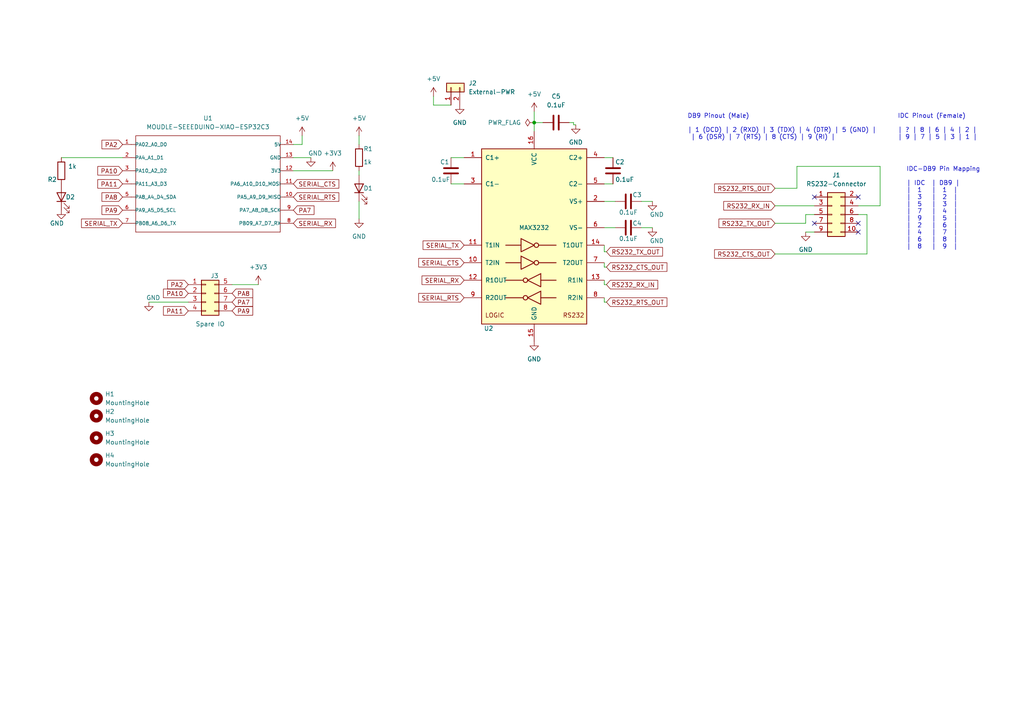
<source format=kicad_sch>
(kicad_sch (version 20230121) (generator eeschema)
  (paper "A4")
  (lib_symbols
    (symbol "Connector_Generic:Conn_01x02" (pin_names (offset 1.016) hide)
      (property "Reference" "J" (at 0 2.54 0))
      (property "Value" "Conn_01x02" (at 0 -5.08 0))
      (symbol "Conn_01x02_1_1"
        (rectangle (start -1.27 -2.413) (end 0 -2.667) (stroke (width 0.1524)))
        (rectangle (start -1.27 0.127) (end 0 -0.127) (stroke (width 0.1524)))
        (rectangle (start -1.27 1.27) (end 1.27 -3.81) (stroke (width 0.254)) (fill (type background)))
        (pin passive line (at -5.08 0 0) (length 3.81) (name "Pin_1") (number "1"))
        (pin passive line (at -5.08 -2.54 0) (length 3.81) (name "Pin_2") (number "2"))
      )
    )
    (symbol "Connector_Generic:Conn_02x04_Top_Bottom" (pin_names (offset 1.016) hide)
      (property "Reference" "J" (at 1.27 5.08 0))
      (property "Value" "Conn_02x04_Top_Bottom" (at 1.27 -7.62 0))
      (symbol "Conn_02x04_Top_Bottom_1_1"
        (rectangle (start -1.27 -4.953) (end 0 -5.207) (stroke (width 0.1524)))
        (rectangle (start -1.27 -2.413) (end 0 -2.667) (stroke (width 0.1524)))
        (rectangle (start -1.27 0.127) (end 0 -0.127) (stroke (width 0.1524)))
        (rectangle (start -1.27 2.667) (end 0 2.413) (stroke (width 0.1524)))
        (rectangle (start -1.27 3.81) (end 3.81 -6.35) (stroke (width 0.254)) (fill (type background)))
        (rectangle (start 3.81 -4.953) (end 2.54 -5.207) (stroke (width 0.1524)))
        (rectangle (start 3.81 -2.413) (end 2.54 -2.667) (stroke (width 0.1524)))
        (rectangle (start 3.81 0.127) (end 2.54 -0.127) (stroke (width 0.1524)))
        (rectangle (start 3.81 2.667) (end 2.54 2.413) (stroke (width 0.1524)))
        (pin passive line (at -5.08 2.54 0) (length 3.81) (name "Pin_1") (number "1"))
        (pin passive line (at -5.08 0 0) (length 3.81) (name "Pin_2") (number "2"))
        (pin passive line (at -5.08 -2.54 0) (length 3.81) (name "Pin_3") (number "3"))
        (pin passive line (at -5.08 -5.08 0) (length 3.81) (name "Pin_4") (number "4"))
        (pin passive line (at 7.62 2.54 180) (length 3.81) (name "Pin_5") (number "5"))
        (pin passive line (at 7.62 0 180) (length 3.81) (name "Pin_6") (number "6"))
        (pin passive line (at 7.62 -2.54 180) (length 3.81) (name "Pin_7") (number "7"))
        (pin passive line (at 7.62 -5.08 180) (length 3.81) (name "Pin_8") (number "8"))
      )
    )
    (symbol "Connector_Generic:Conn_02x05_Odd_Even" (pin_names (offset 1.016) hide)
      (property "Reference" "J" (at 1.27 7.62 0))
      (property "Value" "Conn_02x05_Odd_Even" (at 1.27 -7.62 0))
      (symbol "Conn_02x05_Odd_Even_1_1"
        (rectangle (start -1.27 -4.953) (end 0 -5.207) (stroke (width 0.1524)))
        (rectangle (start -1.27 -2.413) (end 0 -2.667) (stroke (width 0.1524)))
        (rectangle (start -1.27 0.127) (end 0 -0.127) (stroke (width 0.1524)))
        (rectangle (start -1.27 2.667) (end 0 2.413) (stroke (width 0.1524)))
        (rectangle (start -1.27 5.207) (end 0 4.953) (stroke (width 0.1524)))
        (rectangle (start -1.27 6.35) (end 3.81 -6.35) (stroke (width 0.254)) (fill (type background)))
        (rectangle (start 3.81 -4.953) (end 2.54 -5.207) (stroke (width 0.1524)))
        (rectangle (start 3.81 -2.413) (end 2.54 -2.667) (stroke (width 0.1524)))
        (rectangle (start 3.81 0.127) (end 2.54 -0.127) (stroke (width 0.1524)))
        (rectangle (start 3.81 2.667) (end 2.54 2.413) (stroke (width 0.1524)))
        (rectangle (start 3.81 5.207) (end 2.54 4.953) (stroke (width 0.1524)))
        (pin passive line (at -5.08 5.08 0) (length 3.81) (name "Pin_1") (number "1"))
        (pin passive line (at 7.62 -5.08 180) (length 3.81) (name "Pin_10") (number "10"))
        (pin passive line (at 7.62 5.08 180) (length 3.81) (name "Pin_2") (number "2"))
        (pin passive line (at -5.08 2.54 0) (length 3.81) (name "Pin_3") (number "3"))
        (pin passive line (at 7.62 2.54 180) (length 3.81) (name "Pin_4") (number "4"))
        (pin passive line (at -5.08 0 0) (length 3.81) (name "Pin_5") (number "5"))
        (pin passive line (at 7.62 0 180) (length 3.81) (name "Pin_6") (number "6"))
        (pin passive line (at -5.08 -2.54 0) (length 3.81) (name "Pin_7") (number "7"))
        (pin passive line (at 7.62 -2.54 180) (length 3.81) (name "Pin_8") (number "8"))
        (pin passive line (at -5.08 -5.08 0) (length 3.81) (name "Pin_9") (number "9"))
      )
    )
    (symbol "Device:C" (pin_numbers hide) (pin_names (offset 0.254))
      (property "Reference" "C" (at 0.635 2.54 0))
      (property "Value" "C" (at 0.635 -2.54 0))
      (symbol "C_0_1"
        (polyline (pts (xy -2.032 -0.762) (xy 2.032 -0.762)) (stroke (width 0.508)))
        (polyline (pts (xy -2.032 0.762) (xy 2.032 0.762)) (stroke (width 0.508)))
      )
      (symbol "C_1_1"
        (pin passive line (at 0 3.81 270) (length 2.794) (name "~") (number "1"))
        (pin passive line (at 0 -3.81 90) (length 2.794) (name "~") (number "2"))
      )
    )
    (symbol "Device:LED" (pin_numbers hide) (pin_names (offset 1.016) hide)
      (property "Reference" "D" (at 0 2.54 0))
      (property "Value" "LED" (at 0 -2.54 0))
      (symbol "LED_0_1"
        (polyline (pts (xy -1.27 -1.27) (xy -1.27 1.27)) (stroke (width 0.254)))
        (polyline (pts (xy -1.27 0) (xy 1.27 0)))
        (polyline (pts (xy 1.27 -1.27) (xy 1.27 1.27) (xy -1.27 0) (xy 1.27 -1.27)) (stroke (width 0.254)))
        (polyline (pts (xy -3.048 -0.762) (xy -4.572 -2.286) (xy -3.81 -2.286) (xy -4.572 -2.286) (xy -4.572 -1.524)))
        (polyline (pts (xy -1.778 -0.762) (xy -3.302 -2.286) (xy -2.54 -2.286) (xy -3.302 -2.286) (xy -3.302 -1.524)))
      )
      (symbol "LED_1_1"
        (pin passive line (at -3.81 0 0) (length 2.54) (name "K") (number "1"))
        (pin passive line (at 3.81 0 180) (length 2.54) (name "A") (number "2"))
      )
    )
    (symbol "Device:R" (pin_numbers hide) (pin_names (offset 0))
      (property "Reference" "R" (at 2.032 0 90))
      (property "Value" "R" (at 0 0 90))
      (symbol "R_0_1"
        (rectangle (start -1.016 -2.54) (end 1.016 2.54) (stroke (width 0.254)))
      )
      (symbol "R_1_1"
        (pin passive line (at 0 3.81 270) (length 1.27) (name "~") (number "1"))
        (pin passive line (at 0 -3.81 90) (length 1.27) (name "~") (number "2"))
      )
    )
    (symbol "Interface_UART:MAX3232" (pin_names (offset 1.016))
      (property "Reference" "U" (at -2.54 28.575 0))
      (property "Value" "MAX3232" (at -2.54 26.67 0))
      (symbol "MAX3232_0_0"
        (text "LOGIC" (at -11.43 -22.86 0) (effects (font (size 1.27 1.27))))
        (text "RS232" (at 11.43 -22.86 0) (effects (font (size 1.27 1.27))))
      )
      (symbol "MAX3232_0_1"
        (rectangle (start -15.24 -25.4) (end 15.24 25.4) (stroke (width 0.254)) (fill (type background)))
        (circle (center -2.54 -17.78) (radius 0.635) (stroke (width 0.254)))
        (circle (center -2.54 -12.7) (radius 0.635) (stroke (width 0.254)))
        (polyline (pts (xy -3.81 -7.62) (xy -8.255 -7.62)) (stroke (width 0.254)))
        (polyline (pts (xy -3.81 -2.54) (xy -8.255 -2.54)) (stroke (width 0.254)))
        (polyline (pts (xy -3.175 -17.78) (xy -8.255 -17.78)) (stroke (width 0.254)))
        (polyline (pts (xy -3.175 -12.7) (xy -8.255 -12.7)) (stroke (width 0.254)))
        (polyline (pts (xy 1.27 -7.62) (xy 6.35 -7.62)) (stroke (width 0.254)))
        (polyline (pts (xy 1.27 -2.54) (xy 6.35 -2.54)) (stroke (width 0.254)))
        (polyline (pts (xy 1.905 -17.78) (xy 6.35 -17.78)) (stroke (width 0.254)))
        (polyline (pts (xy 1.905 -12.7) (xy 6.35 -12.7)) (stroke (width 0.254)))
        (polyline (pts (xy -3.81 -5.715) (xy -3.81 -9.525) (xy 0 -7.62) (xy -3.81 -5.715)) (stroke (width 0.254)))
        (polyline (pts (xy -3.81 -0.635) (xy -3.81 -4.445) (xy 0 -2.54) (xy -3.81 -0.635)) (stroke (width 0.254)))
        (polyline (pts (xy 1.905 -15.875) (xy 1.905 -19.685) (xy -1.905 -17.78) (xy 1.905 -15.875)) (stroke (width 0.254)))
        (polyline (pts (xy 1.905 -10.795) (xy 1.905 -14.605) (xy -1.905 -12.7) (xy 1.905 -10.795)) (stroke (width 0.254)))
        (circle (center 0.635 -7.62) (radius 0.635) (stroke (width 0.254)))
        (circle (center 0.635 -2.54) (radius 0.635) (stroke (width 0.254)))
      )
      (symbol "MAX3232_1_1"
        (pin passive line (at -20.32 22.86 0) (length 5.08) (name "C1+") (number "1"))
        (pin input line (at -20.32 -7.62 0) (length 5.08) (name "T2IN") (number "10"))
        (pin input line (at -20.32 -2.54 0) (length 5.08) (name "T1IN") (number "11"))
        (pin output line (at -20.32 -12.7 0) (length 5.08) (name "R1OUT") (number "12"))
        (pin input line (at 20.32 -12.7 180) (length 5.08) (name "R1IN") (number "13"))
        (pin output line (at 20.32 -2.54 180) (length 5.08) (name "T1OUT") (number "14"))
        (pin power_in line (at 0 -30.48 90) (length 5.08) (name "GND") (number "15"))
        (pin power_in line (at 0 30.48 270) (length 5.08) (name "VCC") (number "16"))
        (pin power_out line (at 20.32 10.16 180) (length 5.08) (name "VS+") (number "2"))
        (pin passive line (at -20.32 15.24 0) (length 5.08) (name "C1-") (number "3"))
        (pin passive line (at 20.32 22.86 180) (length 5.08) (name "C2+") (number "4"))
        (pin passive line (at 20.32 15.24 180) (length 5.08) (name "C2-") (number "5"))
        (pin power_out line (at 20.32 2.54 180) (length 5.08) (name "VS-") (number "6"))
        (pin output line (at 20.32 -7.62 180) (length 5.08) (name "T2OUT") (number "7"))
        (pin input line (at 20.32 -17.78 180) (length 5.08) (name "R2IN") (number "8"))
        (pin output line (at -20.32 -17.78 0) (length 5.08) (name "R2OUT") (number "9"))
      )
    )
    (symbol "Mechanical:MountingHole" (pin_names (offset 1.016))
      (property "Reference" "H" (at 0 5.08 0))
      (property "Value" "MountingHole" (at 0 3.175 0))
      (symbol "MountingHole_0_1"
        (circle (center 0 0) (radius 1.27) (stroke (width 1.27)))
      )
    )
    (symbol "Xiao:MOUDLE-SEEEDUINO-XIAO-ESP32C3" (pin_names (offset 1.016))
      (property "Reference" "U" (at -21.59 15.24 0))
      (property "Value" "MOUDLE-SEEEDUINO-XIAO-ESP32C3" (at -21.59 13.97 0))
      (symbol "MOUDLE-SEEEDUINO-XIAO-ESP32C3_0_0"
        (polyline (pts (xy -21.59 -13.97) (xy -21.59 0)) (stroke (width 0.1524)))
        (polyline (pts (xy -21.59 -11.43) (xy -22.86 -11.43)) (stroke (width 0.1524)))
        (polyline (pts (xy -21.59 -7.62) (xy -22.86 -7.62)) (stroke (width 0.1524)))
        (polyline (pts (xy -21.59 -3.81) (xy -22.86 -3.81)) (stroke (width 0.1524)))
        (polyline (pts (xy -21.59 0) (xy -22.86 0)) (stroke (width 0.1524)))
        (polyline (pts (xy -21.59 0) (xy -21.59 3.81)) (stroke (width 0.1524)))
        (polyline (pts (xy -21.59 3.81) (xy -22.86 3.81)) (stroke (width 0.1524)))
        (polyline (pts (xy -21.59 3.81) (xy -21.59 7.62)) (stroke (width 0.1524)))
        (polyline (pts (xy -21.59 7.62) (xy -22.86 7.62)) (stroke (width 0.1524)))
        (polyline (pts (xy -21.59 7.62) (xy -21.59 11.43)) (stroke (width 0.1524)))
        (polyline (pts (xy -21.59 11.43) (xy -22.86 11.43)) (stroke (width 0.1524)))
        (polyline (pts (xy -21.59 11.43) (xy -21.59 13.97)) (stroke (width 0.1524)))
        (polyline (pts (xy -21.59 13.97) (xy 20.32 13.97)) (stroke (width 0.1524)))
        (polyline (pts (xy 20.32 -13.97) (xy -21.59 -13.97)) (stroke (width 0.1524)))
        (polyline (pts (xy 20.32 3.81) (xy 20.32 -13.97)) (stroke (width 0.1524)))
        (polyline (pts (xy 20.32 7.62) (xy 20.32 3.81)) (stroke (width 0.1524)))
        (polyline (pts (xy 20.32 11.43) (xy 20.32 7.62)) (stroke (width 0.1524)))
        (polyline (pts (xy 20.32 13.97) (xy 20.32 11.43)) (stroke (width 0.1524)))
        (polyline (pts (xy 21.59 -11.43) (xy 20.32 -11.43)) (stroke (width 0.1524)))
        (polyline (pts (xy 21.59 -7.62) (xy 20.32 -7.62)) (stroke (width 0.1524)))
        (polyline (pts (xy 21.59 -3.81) (xy 20.32 -3.81)) (stroke (width 0.1524)))
        (polyline (pts (xy 21.59 0) (xy 20.32 0)) (stroke (width 0.1524)))
        (polyline (pts (xy 21.59 3.81) (xy 20.32 3.81)) (stroke (width 0.1524)))
        (polyline (pts (xy 21.59 7.62) (xy 20.32 7.62)) (stroke (width 0.1524)))
        (polyline (pts (xy 21.59 11.43) (xy 20.32 11.43)) (stroke (width 0.1524)))
        (pin bidirectional line (at -25.4 11.43 0) (length 2.54) (name "PA02_A0_D0") (number "1"))
        (pin bidirectional line (at 24.13 -3.81 180) (length 2.54) (name "PA5_A9_D9_MISO") (number "10"))
        (pin bidirectional line (at 24.13 0 180) (length 2.54) (name "PA6_A10_D10_MOSI") (number "11"))
        (pin bidirectional line (at 24.13 3.81 180) (length 2.54) (name "3V3") (number "12"))
        (pin bidirectional line (at 24.13 7.62 180) (length 2.54) (name "GND") (number "13"))
        (pin bidirectional line (at 24.13 11.43 180) (length 2.54) (name "5V") (number "14"))
        (pin bidirectional line (at -25.4 7.62 0) (length 2.54) (name "PA4_A1_D1") (number "2"))
        (pin bidirectional line (at -25.4 3.81 0) (length 2.54) (name "PA10_A2_D2") (number "3"))
        (pin bidirectional line (at -25.4 0 0) (length 2.54) (name "PA11_A3_D3") (number "4"))
        (pin bidirectional line (at -25.4 -3.81 0) (length 2.54) (name "PA8_A4_D4_SDA") (number "5"))
        (pin bidirectional line (at -25.4 -7.62 0) (length 2.54) (name "PA9_A5_D5_SCL") (number "6"))
        (pin bidirectional line (at -25.4 -11.43 0) (length 2.54) (name "PB08_A6_D6_TX") (number "7"))
        (pin bidirectional line (at 24.13 -11.43 180) (length 2.54) (name "PB09_A7_D7_RX") (number "8"))
        (pin bidirectional line (at 24.13 -7.62 180) (length 2.54) (name "PA7_A8_D8_SCK") (number "9"))
      )
    )
    (symbol "power:+3V3" (power) (pin_names (offset 0))
      (property "Value" "+3V3" (at 0 3.556 0))
      (symbol "+3V3_0_1"
        (polyline (pts (xy -0.762 1.27) (xy 0 2.54)))
        (polyline (pts (xy 0 0) (xy 0 2.54)))
        (polyline (pts (xy 0 2.54) (xy 0.762 1.27)))
      )
      (symbol "+3V3_1_1"
        (pin power_in line (at 0 0 90) (length 0) hide (name "+3V3") (number "1"))
      )
    )
    (symbol "power:+5V" (power) (pin_names (offset 0))
      (property "Value" "+5V" (at 0 3.556 0))
      (symbol "+5V_0_1"
        (polyline (pts (xy -0.762 1.27) (xy 0 2.54)))
        (polyline (pts (xy 0 0) (xy 0 2.54)))
        (polyline (pts (xy 0 2.54) (xy 0.762 1.27)))
      )
      (symbol "+5V_1_1"
        (pin power_in line (at 0 0 90) (length 0) hide (name "+5V") (number "1"))
      )
    )
    (symbol "power:GND" (power) (pin_names (offset 0))
      (property "Value" "GND" (at 0 -3.81 0))
      (symbol "GND_0_1"
        (polyline (pts (xy 0 0) (xy 0 -1.27) (xy 1.27 -1.27) (xy 0 -2.54) (xy -1.27 -1.27) (xy 0 -1.27)))
      )
      (symbol "GND_1_1"
        (pin power_in line (at 0 0 270) (length 0) hide (name "GND") (number "1"))
      )
    )
    (symbol "power:PWR_FLAG" (power) (pin_numbers hide) (pin_names (offset 0) hide)
      (property "Value" "PWR_FLAG" (at 0 3.81 0))
      (symbol "PWR_FLAG_0_0"
        (pin power_out line (at 0 0 90) (length 0) (name "pwr") (number "1"))
      )
      (symbol "PWR_FLAG_0_1"
        (polyline (pts (xy 0 0) (xy 0 1.27) (xy -1.016 1.905) (xy 0 2.54) (xy 1.016 1.905) (xy 0 1.27)))
      )
    )
  )
  (junction (at 154.94 35.56))
  (no_connect (at 248.92 57.15))
  (no_connect (at 236.22 64.77))
  (no_connect (at 248.92 64.77))
  (no_connect (at 236.22 57.15))
  (no_connect (at 248.92 67.31))
  (wire (pts (xy 130.81 45.72) (xy 134.62 45.72)))
  (wire (pts (xy 67.31 82.55) (xy 74.93 82.55)))
  (wire (pts (xy 233.68 62.23) (xy 236.22 62.23)))
  (wire (pts (xy 43.18 87.63) (xy 54.61 87.63)))
  (wire (pts (xy 125.73 30.48) (xy 125.73 27.94)))
  (wire (pts (xy 224.79 64.77) (xy 233.68 64.77)))
  (wire (pts (xy 125.73 30.48) (xy 130.81 30.48)))
  (wire (pts (xy 255.27 59.69) (xy 248.92 59.69)))
  (wire (pts (xy 233.68 67.31) (xy 236.22 67.31)))
  (wire (pts (xy 175.26 45.72) (xy 177.8 45.72)))
  (wire (pts (xy 175.26 53.34) (xy 177.8 53.34)))
  (wire (pts (xy 224.79 73.66) (xy 251.46 73.66)))
  (wire (pts (xy 175.26 58.42) (xy 178.435 58.42)))
  (wire (pts (xy 166.37 36.195) (xy 167.005 36.195)))
  (wire (pts (xy 224.79 59.69) (xy 236.22 59.69)))
  (wire (pts (xy 166.37 35.56) (xy 166.37 36.195)))
  (wire (pts (xy 130.81 53.34) (xy 134.62 53.34)))
  (wire (pts (xy 17.78 45.72) (xy 35.56 45.72)))
  (wire (pts (xy 87.63 41.91) (xy 87.63 39.37)))
  (wire (pts (xy 175.26 66.04) (xy 178.435 66.04)))
  (wire (pts (xy 85.09 45.72) (xy 90.17 45.72)))
  (wire (pts (xy 175.26 77.47) (xy 175.895 77.47)))
  (wire (pts (xy 165.1 35.56) (xy 166.37 35.56)))
  (wire (pts (xy 175.26 71.12) (xy 175.26 73.025)))
  (wire (pts (xy 154.94 35.56) (xy 154.94 38.1)))
  (wire (pts (xy 231.14 54.61) (xy 231.14 48.26)))
  (wire (pts (xy 175.26 82.55) (xy 175.895 82.55)))
  (wire (pts (xy 186.055 58.42) (xy 189.23 58.42)))
  (wire (pts (xy 251.46 62.23) (xy 248.92 62.23)))
  (wire (pts (xy 85.09 49.53) (xy 96.52 49.53)))
  (wire (pts (xy 255.27 48.26) (xy 255.27 59.69)))
  (wire (pts (xy 175.26 86.36) (xy 175.26 87.63)))
  (wire (pts (xy 104.14 58.42) (xy 104.14 63.5)))
  (wire (pts (xy 85.09 41.91) (xy 87.63 41.91)))
  (wire (pts (xy 233.68 64.77) (xy 233.68 62.23)))
  (wire (pts (xy 186.055 66.04) (xy 189.23 66.04)))
  (wire (pts (xy 175.26 76.2) (xy 175.26 77.47)))
  (wire (pts (xy 175.26 87.63) (xy 175.895 87.63)))
  (wire (pts (xy 175.26 73.025) (xy 175.895 73.025)))
  (wire (pts (xy 154.94 32.385) (xy 154.94 35.56)))
  (wire (pts (xy 154.94 35.56) (xy 157.48 35.56)))
  (wire (pts (xy 231.14 48.26) (xy 255.27 48.26)))
  (wire (pts (xy 251.46 73.66) (xy 251.46 62.23)))
  (wire (pts (xy 104.14 49.53) (xy 104.14 50.8)))
  (wire (pts (xy 175.26 81.28) (xy 175.26 82.55)))
  (wire (pts (xy 104.14 39.37) (xy 104.14 41.91)))
  (wire (pts (xy 224.79 54.61) (xy 231.14 54.61)))
  (text "DB9 Pinout (Male)\n\n| 1 (DCD) | 2 (RXD) | 3 (TDX) | 4 (DTR) | 5 (GND) | \n | 6 (DSR) | 7 (RTS) | 8 (CTS) | 9 (RI) | " (at 199.39 40.64 0) (effects (font (size 1.27 1.27)) (justify left bottom)))
  (text "IDC Pinout (Female)\n\n| ? | 8 | 6 | 4 | 2 | \n| 9 | 7 | 5 | 3 | 1 | " (at 260.35 40.64 0) (effects (font (size 1.27 1.27)) (justify left bottom)))
  (text "IDC-DB9 Pin Mapping\n\n| IDC  | DB9 | \n|  1   |  1  | \n|  3   |  2  | \n|  5   |  3  | \n|  7   |  4  | \n|  9   |  5  | \n|  2   |  6  | \n|  4   |  7  | \n|  6   |  8  | \n|  8   |  9  | " (at 262.89 72.39 0) (effects (font (size 1.27 1.27)) (justify left bottom)))
  (global_label "PA7" (shape input) (at 67.31 87.63 0) (property "Intersheetrefs" "${INTERSHEET_REFS}" (effects hide)))
  (global_label "PA7" (shape input) (at 85.09 60.96 0) (property "Intersheetrefs" "${INTERSHEET_REFS}" (effects hide)))
  (global_label "PA11" (shape input) (at 54.61 90.17 180) (property "Intersheetrefs" "${INTERSHEET_REFS}" (effects hide)))
  (global_label "SERIAL_RX" (shape input) (at 85.09 64.77 0) (property "Intersheetrefs" "${INTERSHEET_REFS}" (effects hide)))
  (global_label "PA11" (shape input) (at 35.56 53.34 180) (property "Intersheetrefs" "${INTERSHEET_REFS}" (effects hide)))
  (global_label "PA9" (shape input) (at 67.31 90.17 0) (property "Intersheetrefs" "${INTERSHEET_REFS}" (effects hide)))
  (global_label "RS232_TX_OUT" (shape input) (at 175.895 73.025 0) (property "Intersheetrefs" "${INTERSHEET_REFS}" (effects hide)))
  (global_label "RS232_RX_IN" (shape input) (at 175.895 82.55 0) (property "Intersheetrefs" "${INTERSHEET_REFS}" (effects hide)))
  (global_label "SERIAL_RX" (shape input) (at 134.62 81.28 180) (property "Intersheetrefs" "${INTERSHEET_REFS}" (effects hide)))
  (global_label "PA2" (shape input) (at 35.56 41.91 180) (property "Intersheetrefs" "${INTERSHEET_REFS}" (effects hide)))
  (global_label "PA2" (shape input) (at 54.61 82.55 180) (property "Intersheetrefs" "${INTERSHEET_REFS}" (effects hide)))
  (global_label "SERIAL_CTS" (shape input) (at 134.62 76.2 180) (property "Intersheetrefs" "${INTERSHEET_REFS}" (effects hide)))
  (global_label "PA8" (shape input) (at 67.31 85.09 0) (property "Intersheetrefs" "${INTERSHEET_REFS}" (effects hide)))
  (global_label "SERIAL_RTS" (shape input) (at 134.62 86.36 180) (property "Intersheetrefs" "${INTERSHEET_REFS}" (effects hide)))
  (global_label "SERIAL_CTS" (shape input) (at 85.09 53.34 0) (property "Intersheetrefs" "${INTERSHEET_REFS}" (effects hide)))
  (global_label "RS232_TX_OUT" (shape input) (at 224.79 64.77 180) (property "Intersheetrefs" "${INTERSHEET_REFS}" (effects hide)))
  (global_label "SERIAL_TX" (shape input) (at 134.62 71.12 180) (property "Intersheetrefs" "${INTERSHEET_REFS}" (effects hide)))
  (global_label "PA10" (shape input) (at 54.61 85.09 180) (property "Intersheetrefs" "${INTERSHEET_REFS}" (effects hide)))
  (global_label "RS232_CTS_OUT" (shape input) (at 175.895 77.47 0) (property "Intersheetrefs" "${INTERSHEET_REFS}" (effects hide)))
  (global_label "SERIAL_RTS" (shape input) (at 85.09 57.15 0) (property "Intersheetrefs" "${INTERSHEET_REFS}" (effects hide)))
  (global_label "RS232_RTS_OUT" (shape input) (at 224.79 54.61 180) (property "Intersheetrefs" "${INTERSHEET_REFS}" (effects hide)))
  (global_label "PA9" (shape input) (at 35.56 60.96 180) (property "Intersheetrefs" "${INTERSHEET_REFS}" (effects hide)))
  (global_label "RS232_RX_IN" (shape input) (at 224.79 59.69 180) (property "Intersheetrefs" "${INTERSHEET_REFS}" (effects hide)))
  (global_label "SERIAL_TX" (shape input) (at 35.56 64.77 180) (property "Intersheetrefs" "${INTERSHEET_REFS}" (effects hide)))
  (global_label "RS232_CTS_OUT" (shape input) (at 224.79 73.66 180) (property "Intersheetrefs" "${INTERSHEET_REFS}" (effects hide)))
  (global_label "PA8" (shape input) (at 35.56 57.15 180) (property "Intersheetrefs" "${INTERSHEET_REFS}" (effects hide)))
  (global_label "PA10" (shape input) (at 35.56 49.53 180) (property "Intersheetrefs" "${INTERSHEET_REFS}" (effects hide)))
  (global_label "RS232_RTS_OUT" (shape input) (at 175.895 87.63 0) (property "Intersheetrefs" "${INTERSHEET_REFS}" (effects hide)))
  (symbol (lib_id "Mechanical:MountingHole") (at 27.94 115.57 0) (unit 1)
    (property "Reference" "H1" (at 30.48 114.3 0) (effects (justify left)))
    (property "Value" "MountingHole" (at 30.48 116.84 0) (effects (justify left)))
    (property "Footprint" "MountingHole:MountingHole_2.5mm" (effects hide))
  )
  (symbol (lib_id "power:GND") (at 154.94 99.06 0) (unit 1)
    (property "Reference" "#PWR09" (effects hide))
    (property "Value" "GND" (at 154.94 104.14 0))
  )
  (symbol (lib_id "power:+5V") (at 125.73 27.94 0) (unit 1)
    (property "Reference" "#PWR06" (effects hide))
    (property "Value" "+5V" (at 125.73 22.86 0))
  )
  (symbol (lib_id "power:+5V") (at 87.63 39.37 0) (unit 1)
    (property "Reference" "#PWR04" (effects hide))
    (property "Value" "+5V" (at 87.63 34.29 0))
  )
  (symbol (lib_id "Mechanical:MountingHole") (at 27.94 127 0) (unit 1)
    (property "Reference" "H3" (at 30.48 125.73 0) (effects (justify left)))
    (property "Value" "MountingHole" (at 30.48 128.27 0) (effects (justify left)))
    (property "Footprint" "MountingHole:MountingHole_2.5mm" (effects hide))
  )
  (symbol (lib_id "Device:LED") (at 17.78 57.15 90) (unit 1)
    (property "Reference" "D2" (at 19.05 57.15 90) (effects (justify right)))
    (property "Value" "LED" (effects hide))
    (property "Footprint" "LED_SMD:LED_0805_2012Metric_Pad1.15x1.40mm_HandSolder" (effects hide))
  )
  (symbol (lib_id "power:+3V3") (at 74.93 82.55 0) (unit 1)
    (property "Reference" "#PWR014" (effects hide))
    (property "Value" "+3V3" (at 74.93 77.47 0))
  )
  (symbol (lib_id "Connector_Generic:Conn_02x04_Top_Bottom") (at 59.69 85.09 0) (unit 1)
    (property "Reference" "J3" (at 62.23 80.01 0))
    (property "Value" "Spare IO" (at 60.96 93.98 0))
    (property "Footprint" "Connector_PinHeader_1.27mm:PinHeader_2x04_P1.27mm_Vertical_SMD" (effects hide))
  )
  (symbol (lib_id "power:GND") (at 189.23 58.42 0) (unit 1)
    (property "Reference" "#PWR010" (effects hide))
    (property "Value" "GND" (at 190.5 62.23 0))
  )
  (symbol (lib_id "power:GND") (at 17.78 60.96 0) (unit 1)
    (property "Reference" "#PWR05" (effects hide))
    (property "Value" "GND" (at 16.51 64.77 0))
  )
  (symbol (lib_id "Device:C") (at 182.245 58.42 90) (unit 1)
    (property "Reference" "C3" (at 184.785 56.515 90))
    (property "Value" "0.1uF" (at 182.245 61.595 90))
    (property "Footprint" "Capacitor_SMD:C_0805_2012Metric_Pad1.18x1.45mm_HandSolder" (effects hide))
  )
  (symbol (lib_id "Mechanical:MountingHole") (at 27.94 133.35 0) (unit 1)
    (property "Reference" "H4" (at 30.48 132.08 0) (effects (justify left)))
    (property "Value" "MountingHole" (at 30.48 134.62 0) (effects (justify left)))
    (property "Footprint" "MountingHole:MountingHole_2.5mm" (effects hide))
  )
  (symbol (lib_id "power:+5V") (at 154.94 32.385 0) (unit 1)
    (property "Reference" "#PWR08" (effects hide))
    (property "Value" "+5V" (at 154.94 27.305 0))
  )
  (symbol (lib_id "power:GND") (at 43.18 87.63 0) (unit 1)
    (property "Reference" "#PWR015" (effects hide))
    (property "Value" "GND" (at 44.45 86.36 0))
  )
  (symbol (lib_id "power:GND") (at 104.14 63.5 0) (unit 1)
    (property "Reference" "#PWR02" (effects hide))
    (property "Value" "GND" (at 104.14 68.58 0))
  )
  (symbol (lib_id "power:GND") (at 167.005 36.195 0) (unit 1)
    (property "Reference" "#PWR012" (effects hide))
    (property "Value" "GND" (at 167.005 41.275 0))
  )
  (symbol (lib_id "Interface_UART:MAX3232") (at 154.94 68.58 0) (unit 1)
    (property "Reference" "U2" (at 140.335 95.25 0) (effects (justify left)))
    (property "Value" "MAX3232" (at 150.495 66.04 0) (effects (justify left)))
    (property "Footprint" "Package_SO:SOIC-16_3.9x9.9mm_P1.27mm" (effects hide))
    (property "Datasheet" "https://datasheets.maximintegrated.com/en/ds/MAX3222-MAX3241.pdf" (effects hide))
  )
  (symbol (lib_id "Device:C") (at 177.8 49.53 0) (unit 1)
    (property "Reference" "C2" (at 178.435 46.99 0) (effects (justify left)))
    (property "Value" "0.1uF" (at 178.435 52.07 0) (effects (justify left)))
    (property "Footprint" "Capacitor_SMD:C_0805_2012Metric_Pad1.18x1.45mm_HandSolder" (effects hide))
  )
  (symbol (lib_id "Device:C") (at 182.245 66.04 90) (unit 1)
    (property "Reference" "C4" (at 184.785 64.77 90))
    (property "Value" "0.1uF" (at 182.245 69.215 90))
    (property "Footprint" "Capacitor_SMD:C_0805_2012Metric_Pad1.18x1.45mm_HandSolder" (effects hide))
  )
  (symbol (lib_id "Connector_Generic:Conn_02x05_Odd_Even") (at 241.3 62.23 0) (unit 1)
    (property "Reference" "J1" (at 242.57 50.8 0))
    (property "Value" "RS232-Connector" (at 242.57 53.34 0))
    (property "Footprint" "Connector_IDC:IDC-Header_2x05_P2.54mm_Vertical" (effects hide))
  )
  (symbol (lib_id "Connector_Generic:Conn_01x02") (at 130.81 25.4 90) (unit 1)
    (property "Reference" "J2" (at 135.89 24.13 90) (effects (justify right)))
    (property "Value" "External-PWR" (at 135.89 26.67 90) (effects (justify right)))
    (property "Footprint" "Connector_PinHeader_1.27mm:PinHeader_1x02_P1.27mm_Vertical" (effects hide))
  )
  (symbol (lib_id "Device:R") (at 104.14 45.72 0) (unit 1)
    (property "Reference" "R1" (at 105.41 43.18 0) (effects (justify left)))
    (property "Value" "1k" (at 105.41 46.99 0) (effects (justify left)))
    (property "Footprint" "Resistor_SMD:R_0805_2012Metric_Pad1.20x1.40mm_HandSolder" (effects hide))
  )
  (symbol (lib_id "Device:C") (at 130.81 49.53 0) (unit 1)
    (property "Reference" "C1" (at 127.635 46.99 0) (effects (justify left)))
    (property "Value" "0.1uF" (at 125.095 52.07 0) (effects (justify left)))
    (property "Footprint" "Capacitor_SMD:C_0805_2012Metric_Pad1.18x1.45mm_HandSolder" (effects hide))
  )
  (symbol (lib_id "power:GND") (at 90.17 45.72 0) (unit 1)
    (property "Reference" "#PWR01" (effects hide))
    (property "Value" "GND" (at 91.44 44.45 0))
  )
  (symbol (lib_id "Device:C") (at 161.29 35.56 90) (unit 1)
    (property "Reference" "C5" (at 161.29 27.94 90))
    (property "Value" "0.1uF" (at 161.29 30.48 90))
    (property "Footprint" "Capacitor_SMD:C_0805_2012Metric_Pad1.18x1.45mm_HandSolder" (effects hide))
  )
  (symbol (lib_id "power:GND") (at 233.68 67.31 0) (unit 1)
    (property "Reference" "#PWR016" (effects hide))
    (property "Value" "GND" (at 233.68 72.39 0))
  )
  (symbol (lib_id "Device:R") (at 17.78 49.53 180) (unit 1)
    (property "Reference" "R2" (at 16.51 52.07 0) (effects (justify left)))
    (property "Value" "1k" (at 22.225 48.26 0) (effects (justify left)))
    (property "Footprint" "Resistor_SMD:R_0805_2012Metric_Pad1.20x1.40mm_HandSolder" (effects hide))
  )
  (symbol (lib_id "power:+5V") (at 104.14 39.37 0) (unit 1)
    (property "Reference" "#PWR03" (effects hide))
    (property "Value" "+5V" (at 104.14 34.29 0))
  )
  (symbol (lib_id "Mechanical:MountingHole") (at 27.94 120.65 0) (unit 1)
    (property "Reference" "H2" (at 30.48 119.38 0) (effects (justify left)))
    (property "Value" "MountingHole" (at 30.48 121.92 0) (effects (justify left)))
    (property "Footprint" "MountingHole:MountingHole_2.5mm" (effects hide))
  )
  (symbol (lib_id "Xiao:MOUDLE-SEEEDUINO-XIAO-ESP32C3") (at 60.96 53.34 0) (unit 1)
    (property "Reference" "U1" (at 60.325 34.29 0))
    (property "Value" "MOUDLE-SEEEDUINO-XIAO-ESP32C3" (at 60.325 36.83 0))
    (property "Footprint" "xiao ESP32C3_PCB:MOUDLE14P-SMD-2.54-21X17.8MM" (effects hide))
    (property "Datasheet" "https://www.seeedstudio.com/Seeed-XIAO-ESP32C3-p-5431.html" (effects hide))
  )
  (symbol (lib_id "Device:LED") (at 104.14 54.61 90) (unit 1)
    (property "Reference" "D1" (at 105.41 54.61 90) (effects (justify right)))
    (property "Value" "LED" (effects hide))
    (property "Footprint" "LED_SMD:LED_0805_2012Metric_Pad1.15x1.40mm_HandSolder" (effects hide))
  )
  (symbol (lib_id "power:+3V3") (at 96.52 49.53 0) (unit 1)
    (property "Reference" "#PWR013" (effects hide))
    (property "Value" "+3V3" (at 96.52 44.45 0))
  )
  (symbol (lib_id "power:PWR_FLAG") (at 154.94 35.56 90) (unit 1)
    (property "Reference" "#FLG01" (effects hide))
    (property "Value" "PWR_FLAG" (at 151.13 35.56 90) (effects (justify left)))
  )
  (symbol (lib_id "power:GND") (at 133.35 30.48 0) (unit 1)
    (property "Reference" "#PWR07" (effects hide))
    (property "Value" "GND" (at 133.35 35.56 0))
  )
  (symbol (lib_id "power:GND") (at 189.23 66.04 0) (unit 1)
    (property "Reference" "#PWR011" (effects hide))
    (property "Value" "GND" (at 190.5 69.85 0))
  )
)
</source>
